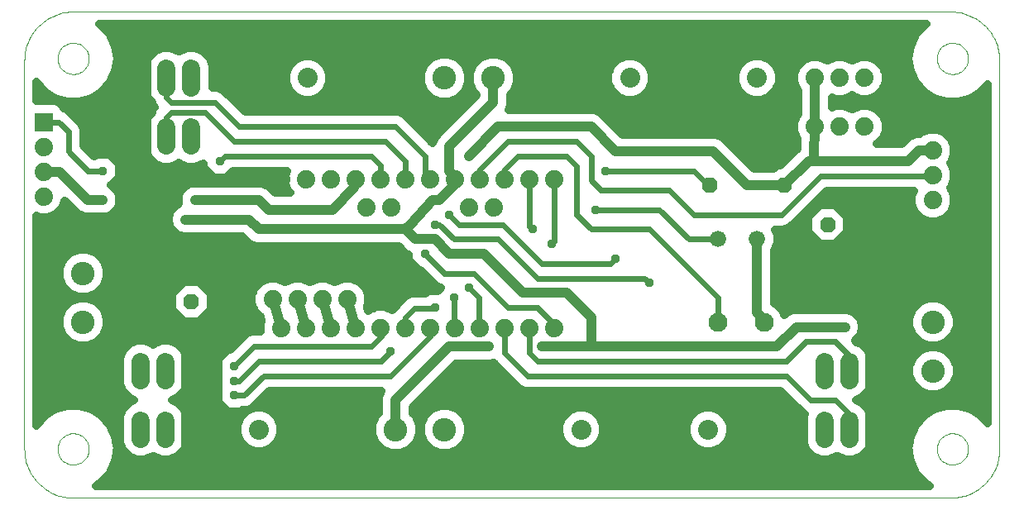
<source format=gtl>
G75*
%MOIN*%
%OFA0B0*%
%FSLAX24Y24*%
%IPPOS*%
%LPD*%
%AMOC8*
5,1,8,0,0,1.08239X$1,22.5*
%
%ADD10C,0.0000*%
%ADD11C,0.0740*%
%ADD12C,0.0740*%
%ADD13OC8,0.0630*%
%ADD14C,0.0630*%
%ADD15C,0.0660*%
%ADD16R,0.0950X0.0950*%
%ADD17C,0.0950*%
%ADD18R,0.0800X0.0800*%
%ADD19C,0.0800*%
%ADD20C,0.0768*%
%ADD21R,0.0740X0.0740*%
%ADD22C,0.0400*%
%ADD23OC8,0.0356*%
%ADD24C,0.0240*%
%ADD25C,0.0760*%
%ADD26C,0.1000*%
%ADD27C,0.1500*%
%ADD28C,0.0660*%
%ADD29C,0.0500*%
%ADD30C,0.0320*%
%ADD31C,0.0160*%
D10*
X002269Y000300D02*
X037623Y000300D01*
X037709Y000302D01*
X037795Y000307D01*
X037880Y000317D01*
X037965Y000330D01*
X038049Y000347D01*
X038133Y000367D01*
X038215Y000391D01*
X038296Y000419D01*
X038377Y000450D01*
X038455Y000484D01*
X038532Y000522D01*
X038608Y000564D01*
X038681Y000608D01*
X038752Y000656D01*
X038822Y000707D01*
X038889Y000761D01*
X038953Y000817D01*
X039015Y000877D01*
X039075Y000939D01*
X039131Y001003D01*
X039185Y001070D01*
X039236Y001140D01*
X039284Y001211D01*
X039328Y001284D01*
X039370Y001360D01*
X039408Y001437D01*
X039442Y001515D01*
X039473Y001596D01*
X039501Y001677D01*
X039525Y001759D01*
X039545Y001843D01*
X039562Y001927D01*
X039575Y002012D01*
X039585Y002097D01*
X039590Y002183D01*
X039592Y002269D01*
X039591Y002269D02*
X039591Y017938D01*
X037072Y018017D02*
X037074Y018067D01*
X037080Y018117D01*
X037090Y018166D01*
X037104Y018214D01*
X037121Y018261D01*
X037142Y018306D01*
X037167Y018350D01*
X037195Y018391D01*
X037227Y018430D01*
X037261Y018467D01*
X037298Y018501D01*
X037338Y018531D01*
X037380Y018558D01*
X037424Y018582D01*
X037470Y018603D01*
X037517Y018619D01*
X037565Y018632D01*
X037615Y018641D01*
X037664Y018646D01*
X037715Y018647D01*
X037765Y018644D01*
X037814Y018637D01*
X037863Y018626D01*
X037911Y018611D01*
X037957Y018593D01*
X038002Y018571D01*
X038045Y018545D01*
X038086Y018516D01*
X038125Y018484D01*
X038161Y018449D01*
X038193Y018411D01*
X038223Y018371D01*
X038250Y018328D01*
X038273Y018284D01*
X038292Y018238D01*
X038308Y018190D01*
X038320Y018141D01*
X038328Y018092D01*
X038332Y018042D01*
X038332Y017992D01*
X038328Y017942D01*
X038320Y017893D01*
X038308Y017844D01*
X038292Y017796D01*
X038273Y017750D01*
X038250Y017706D01*
X038223Y017663D01*
X038193Y017623D01*
X038161Y017585D01*
X038125Y017550D01*
X038086Y017518D01*
X038045Y017489D01*
X038002Y017463D01*
X037957Y017441D01*
X037911Y017423D01*
X037863Y017408D01*
X037814Y017397D01*
X037765Y017390D01*
X037715Y017387D01*
X037664Y017388D01*
X037615Y017393D01*
X037565Y017402D01*
X037517Y017415D01*
X037470Y017431D01*
X037424Y017452D01*
X037380Y017476D01*
X037338Y017503D01*
X037298Y017533D01*
X037261Y017567D01*
X037227Y017604D01*
X037195Y017643D01*
X037167Y017684D01*
X037142Y017728D01*
X037121Y017773D01*
X037104Y017820D01*
X037090Y017868D01*
X037080Y017917D01*
X037074Y017967D01*
X037072Y018017D01*
X037623Y019907D02*
X037709Y019905D01*
X037795Y019900D01*
X037880Y019890D01*
X037965Y019877D01*
X038049Y019860D01*
X038133Y019840D01*
X038215Y019816D01*
X038296Y019788D01*
X038377Y019757D01*
X038455Y019723D01*
X038532Y019685D01*
X038608Y019643D01*
X038681Y019599D01*
X038752Y019551D01*
X038822Y019500D01*
X038889Y019446D01*
X038953Y019390D01*
X039015Y019330D01*
X039075Y019268D01*
X039131Y019204D01*
X039185Y019137D01*
X039236Y019067D01*
X039284Y018996D01*
X039328Y018923D01*
X039370Y018847D01*
X039408Y018770D01*
X039442Y018692D01*
X039473Y018611D01*
X039501Y018530D01*
X039525Y018448D01*
X039545Y018364D01*
X039562Y018280D01*
X039575Y018195D01*
X039585Y018110D01*
X039590Y018024D01*
X039592Y017938D01*
X037623Y019906D02*
X002269Y019906D01*
X001639Y018017D02*
X001641Y018067D01*
X001647Y018117D01*
X001657Y018166D01*
X001671Y018214D01*
X001688Y018261D01*
X001709Y018306D01*
X001734Y018350D01*
X001762Y018391D01*
X001794Y018430D01*
X001828Y018467D01*
X001865Y018501D01*
X001905Y018531D01*
X001947Y018558D01*
X001991Y018582D01*
X002037Y018603D01*
X002084Y018619D01*
X002132Y018632D01*
X002182Y018641D01*
X002231Y018646D01*
X002282Y018647D01*
X002332Y018644D01*
X002381Y018637D01*
X002430Y018626D01*
X002478Y018611D01*
X002524Y018593D01*
X002569Y018571D01*
X002612Y018545D01*
X002653Y018516D01*
X002692Y018484D01*
X002728Y018449D01*
X002760Y018411D01*
X002790Y018371D01*
X002817Y018328D01*
X002840Y018284D01*
X002859Y018238D01*
X002875Y018190D01*
X002887Y018141D01*
X002895Y018092D01*
X002899Y018042D01*
X002899Y017992D01*
X002895Y017942D01*
X002887Y017893D01*
X002875Y017844D01*
X002859Y017796D01*
X002840Y017750D01*
X002817Y017706D01*
X002790Y017663D01*
X002760Y017623D01*
X002728Y017585D01*
X002692Y017550D01*
X002653Y017518D01*
X002612Y017489D01*
X002569Y017463D01*
X002524Y017441D01*
X002478Y017423D01*
X002430Y017408D01*
X002381Y017397D01*
X002332Y017390D01*
X002282Y017387D01*
X002231Y017388D01*
X002182Y017393D01*
X002132Y017402D01*
X002084Y017415D01*
X002037Y017431D01*
X001991Y017452D01*
X001947Y017476D01*
X001905Y017503D01*
X001865Y017533D01*
X001828Y017567D01*
X001794Y017604D01*
X001762Y017643D01*
X001734Y017684D01*
X001709Y017728D01*
X001688Y017773D01*
X001671Y017820D01*
X001657Y017868D01*
X001647Y017917D01*
X001641Y017967D01*
X001639Y018017D01*
X000300Y017938D02*
X000302Y018024D01*
X000307Y018110D01*
X000317Y018195D01*
X000330Y018280D01*
X000347Y018364D01*
X000367Y018448D01*
X000391Y018530D01*
X000419Y018611D01*
X000450Y018692D01*
X000484Y018770D01*
X000522Y018847D01*
X000564Y018923D01*
X000608Y018996D01*
X000656Y019067D01*
X000707Y019137D01*
X000761Y019204D01*
X000817Y019268D01*
X000877Y019330D01*
X000939Y019390D01*
X001003Y019446D01*
X001070Y019500D01*
X001140Y019551D01*
X001211Y019599D01*
X001285Y019643D01*
X001360Y019685D01*
X001437Y019723D01*
X001515Y019757D01*
X001596Y019788D01*
X001677Y019816D01*
X001759Y019840D01*
X001843Y019860D01*
X001927Y019877D01*
X002012Y019890D01*
X002097Y019900D01*
X002183Y019905D01*
X002269Y019907D01*
X000300Y017938D02*
X000300Y002269D01*
X001639Y002269D02*
X001641Y002319D01*
X001647Y002369D01*
X001657Y002418D01*
X001671Y002466D01*
X001688Y002513D01*
X001709Y002558D01*
X001734Y002602D01*
X001762Y002643D01*
X001794Y002682D01*
X001828Y002719D01*
X001865Y002753D01*
X001905Y002783D01*
X001947Y002810D01*
X001991Y002834D01*
X002037Y002855D01*
X002084Y002871D01*
X002132Y002884D01*
X002182Y002893D01*
X002231Y002898D01*
X002282Y002899D01*
X002332Y002896D01*
X002381Y002889D01*
X002430Y002878D01*
X002478Y002863D01*
X002524Y002845D01*
X002569Y002823D01*
X002612Y002797D01*
X002653Y002768D01*
X002692Y002736D01*
X002728Y002701D01*
X002760Y002663D01*
X002790Y002623D01*
X002817Y002580D01*
X002840Y002536D01*
X002859Y002490D01*
X002875Y002442D01*
X002887Y002393D01*
X002895Y002344D01*
X002899Y002294D01*
X002899Y002244D01*
X002895Y002194D01*
X002887Y002145D01*
X002875Y002096D01*
X002859Y002048D01*
X002840Y002002D01*
X002817Y001958D01*
X002790Y001915D01*
X002760Y001875D01*
X002728Y001837D01*
X002692Y001802D01*
X002653Y001770D01*
X002612Y001741D01*
X002569Y001715D01*
X002524Y001693D01*
X002478Y001675D01*
X002430Y001660D01*
X002381Y001649D01*
X002332Y001642D01*
X002282Y001639D01*
X002231Y001640D01*
X002182Y001645D01*
X002132Y001654D01*
X002084Y001667D01*
X002037Y001683D01*
X001991Y001704D01*
X001947Y001728D01*
X001905Y001755D01*
X001865Y001785D01*
X001828Y001819D01*
X001794Y001856D01*
X001762Y001895D01*
X001734Y001936D01*
X001709Y001980D01*
X001688Y002025D01*
X001671Y002072D01*
X001657Y002120D01*
X001647Y002169D01*
X001641Y002219D01*
X001639Y002269D01*
X000300Y002269D02*
X000302Y002183D01*
X000307Y002097D01*
X000317Y002012D01*
X000330Y001927D01*
X000347Y001843D01*
X000367Y001759D01*
X000391Y001677D01*
X000419Y001596D01*
X000450Y001515D01*
X000484Y001437D01*
X000522Y001360D01*
X000564Y001285D01*
X000608Y001211D01*
X000656Y001140D01*
X000707Y001070D01*
X000761Y001003D01*
X000817Y000939D01*
X000877Y000877D01*
X000939Y000817D01*
X001003Y000761D01*
X001070Y000707D01*
X001140Y000656D01*
X001211Y000608D01*
X001284Y000564D01*
X001360Y000522D01*
X001437Y000484D01*
X001515Y000450D01*
X001596Y000419D01*
X001677Y000391D01*
X001759Y000367D01*
X001843Y000347D01*
X001927Y000330D01*
X002012Y000317D01*
X002097Y000307D01*
X002183Y000302D01*
X002269Y000300D01*
X037072Y002269D02*
X037074Y002319D01*
X037080Y002369D01*
X037090Y002418D01*
X037104Y002466D01*
X037121Y002513D01*
X037142Y002558D01*
X037167Y002602D01*
X037195Y002643D01*
X037227Y002682D01*
X037261Y002719D01*
X037298Y002753D01*
X037338Y002783D01*
X037380Y002810D01*
X037424Y002834D01*
X037470Y002855D01*
X037517Y002871D01*
X037565Y002884D01*
X037615Y002893D01*
X037664Y002898D01*
X037715Y002899D01*
X037765Y002896D01*
X037814Y002889D01*
X037863Y002878D01*
X037911Y002863D01*
X037957Y002845D01*
X038002Y002823D01*
X038045Y002797D01*
X038086Y002768D01*
X038125Y002736D01*
X038161Y002701D01*
X038193Y002663D01*
X038223Y002623D01*
X038250Y002580D01*
X038273Y002536D01*
X038292Y002490D01*
X038308Y002442D01*
X038320Y002393D01*
X038328Y002344D01*
X038332Y002294D01*
X038332Y002244D01*
X038328Y002194D01*
X038320Y002145D01*
X038308Y002096D01*
X038292Y002048D01*
X038273Y002002D01*
X038250Y001958D01*
X038223Y001915D01*
X038193Y001875D01*
X038161Y001837D01*
X038125Y001802D01*
X038086Y001770D01*
X038045Y001741D01*
X038002Y001715D01*
X037957Y001693D01*
X037911Y001675D01*
X037863Y001660D01*
X037814Y001649D01*
X037765Y001642D01*
X037715Y001639D01*
X037664Y001640D01*
X037615Y001645D01*
X037565Y001654D01*
X037517Y001667D01*
X037470Y001683D01*
X037424Y001704D01*
X037380Y001728D01*
X037338Y001755D01*
X037298Y001785D01*
X037261Y001819D01*
X037227Y001856D01*
X037195Y001895D01*
X037167Y001936D01*
X037142Y001980D01*
X037121Y002025D01*
X037104Y002072D01*
X037090Y002120D01*
X037080Y002169D01*
X037074Y002219D01*
X037072Y002269D01*
D11*
X021654Y007143D03*
X020654Y007143D03*
X019654Y007143D03*
X018654Y007143D03*
X017654Y007143D03*
X016654Y007143D03*
X015654Y007143D03*
X014654Y007143D03*
X013654Y007143D03*
X012654Y007143D03*
X011654Y007143D03*
X010654Y007143D03*
X010316Y008300D03*
X011316Y008300D03*
X012316Y008300D03*
X013316Y008300D03*
X014092Y012018D03*
X015092Y012018D03*
X014654Y013143D03*
X013654Y013143D03*
X012654Y013143D03*
X011654Y013143D03*
X010654Y013143D03*
X015654Y013143D03*
X016654Y013143D03*
X017654Y013143D03*
X018654Y013143D03*
X019654Y013143D03*
X020654Y013143D03*
X021654Y013143D03*
X019217Y012018D03*
X018217Y012018D03*
X032158Y015261D03*
X033158Y015261D03*
X034158Y015261D03*
X036914Y014308D03*
X036914Y013308D03*
X036914Y012308D03*
X034158Y017229D03*
X033158Y017229D03*
X032158Y017229D03*
X001087Y014457D03*
X001087Y013457D03*
X001087Y012457D03*
D12*
X005024Y014497D02*
X005024Y015237D01*
X006024Y015237D02*
X006024Y014497D01*
X007024Y014497D02*
X007024Y015237D01*
X007024Y016859D02*
X007024Y017599D01*
X006024Y017599D02*
X006024Y016859D01*
X005024Y016859D02*
X005024Y017599D01*
X004993Y005788D02*
X004993Y005048D01*
X005993Y005048D02*
X005993Y005788D01*
X006993Y005788D02*
X006993Y005048D01*
X006993Y003426D02*
X006993Y002686D01*
X005993Y002686D02*
X005993Y003426D01*
X004993Y003426D02*
X004993Y002686D01*
X032552Y002686D02*
X032552Y003426D01*
X033552Y003426D02*
X033552Y002686D01*
X034552Y002686D02*
X034552Y003426D01*
X034552Y005048D02*
X034552Y005788D01*
X033552Y005788D02*
X033552Y005048D01*
X032552Y005048D02*
X032552Y005788D01*
D13*
X032671Y011324D03*
X030934Y012898D03*
X027934Y012898D03*
X007031Y008206D03*
D14*
X005631Y008206D03*
X034071Y011324D03*
D15*
X029828Y010733D03*
X028253Y010733D03*
D16*
X036914Y009355D03*
X019198Y003056D03*
X002662Y005418D03*
X015261Y017229D03*
D17*
X017229Y017229D03*
X019198Y017229D03*
X002662Y009355D03*
X002662Y007387D03*
X015261Y003056D03*
X017229Y003056D03*
X036914Y005418D03*
X036914Y007387D03*
D18*
X029828Y003056D03*
X024709Y003056D03*
X011717Y003056D03*
X009749Y017229D03*
X022741Y017229D03*
X027859Y017229D03*
D19*
X029828Y017229D03*
X024709Y017229D03*
X011717Y017229D03*
X009749Y003056D03*
X022741Y003056D03*
X027859Y003056D03*
D20*
X028253Y007387D03*
X030103Y007387D03*
D21*
X001087Y015457D03*
D22*
X001087Y013457D02*
X001709Y013457D01*
X002859Y012308D01*
X003450Y012308D01*
X006796Y011520D02*
X009355Y011520D01*
X009749Y011127D01*
X015654Y011127D01*
X016048Y010733D01*
X016835Y010733D01*
X017426Y010143D01*
X018804Y010143D01*
X020379Y008568D01*
X022150Y008568D01*
X023135Y007583D01*
X023135Y006402D01*
X021166Y006402D01*
X023135Y006402D02*
X030615Y006402D01*
X031402Y007190D01*
X033371Y007190D01*
X030103Y007387D02*
X030024Y007465D01*
X030024Y007583D01*
X029828Y007780D01*
X029828Y010733D01*
X029434Y012898D02*
X030934Y012898D01*
X031918Y013883D01*
X032115Y013883D01*
X035930Y013883D01*
X036355Y014308D01*
X036914Y014308D01*
X032115Y014036D02*
X032115Y013883D01*
X032115Y014036D02*
X032158Y015261D01*
X032158Y017229D01*
X028056Y014276D02*
X029434Y012898D01*
X028056Y014276D02*
X024119Y014276D01*
X023135Y015261D01*
X019394Y015261D01*
X018213Y014080D01*
X017426Y014473D02*
X019198Y016245D01*
X019198Y017229D01*
X017426Y014473D02*
X017426Y013489D01*
X017654Y013261D01*
X017654Y013143D01*
X017654Y012930D02*
X017032Y012308D01*
X016737Y012308D01*
X015851Y011324D01*
X015654Y011127D01*
X013587Y012800D02*
X012702Y011914D01*
X010143Y011914D01*
X009749Y012308D01*
X007190Y012308D01*
X013587Y012800D02*
X013587Y013076D01*
X013654Y013143D01*
X013316Y008300D02*
X013654Y007143D01*
X012654Y007143D02*
X012316Y008300D01*
X011316Y008300D02*
X011654Y007143D01*
X010654Y007143D02*
X010316Y008300D01*
X015261Y004237D02*
X017426Y006402D01*
X019001Y006402D01*
X015261Y004237D02*
X015261Y003056D01*
D23*
X015064Y006206D03*
X016835Y007977D03*
X017623Y008371D03*
X018213Y008765D03*
X016442Y010143D03*
X016835Y011324D03*
X017426Y011717D03*
X020772Y011127D03*
X021560Y010536D03*
X023331Y011914D03*
X023725Y013489D03*
X018213Y014080D03*
X024119Y009946D03*
X025497Y008961D03*
X021166Y006402D03*
X019001Y006402D03*
X008765Y005615D03*
X008765Y005024D03*
X008765Y004434D03*
X006796Y011520D03*
X007190Y012308D03*
X008174Y013883D03*
X003450Y013489D03*
X003450Y012308D03*
X033371Y007190D03*
D24*
X032977Y006599D02*
X031796Y006599D01*
X031009Y005812D01*
X020969Y005812D01*
X020654Y006127D01*
X020654Y007143D01*
X019654Y007143D02*
X019654Y006143D01*
X020576Y005221D01*
X031009Y005221D01*
X031993Y004237D01*
X032977Y004237D01*
X033552Y003662D01*
X033552Y003056D01*
X033552Y005418D02*
X033552Y006024D01*
X032977Y006599D01*
X028253Y007387D02*
X028253Y008371D01*
X025497Y011127D01*
X023135Y011127D01*
X022544Y011717D01*
X022544Y013686D01*
X022150Y014080D01*
X020182Y014080D01*
X019654Y013552D01*
X019654Y013143D01*
X020654Y013143D02*
X020654Y011245D01*
X020772Y011127D01*
X019591Y011324D02*
X021166Y009749D01*
X023922Y009749D01*
X024119Y009946D01*
X025300Y009158D02*
X025497Y008961D01*
X025300Y009158D02*
X020969Y009158D01*
X019394Y010733D01*
X017623Y010733D01*
X017032Y011324D01*
X016835Y011324D01*
X017426Y011717D02*
X017820Y011324D01*
X019591Y011324D01*
X021560Y010536D02*
X021654Y010631D01*
X021654Y013143D01*
X023135Y013095D02*
X023528Y012702D01*
X026284Y012702D01*
X027269Y011717D01*
X030812Y011717D01*
X032387Y013292D01*
X036717Y013292D01*
X036930Y013308D01*
X036914Y013308D01*
X028253Y010733D02*
X027072Y010733D01*
X025891Y011914D01*
X023331Y011914D01*
X023135Y013095D02*
X023135Y014080D01*
X022544Y014670D01*
X019788Y014670D01*
X018654Y013536D01*
X018654Y013143D01*
X017654Y013143D02*
X017654Y012930D01*
X016654Y013080D02*
X016442Y013292D01*
X016457Y014064D01*
X015261Y015261D01*
X008961Y015261D01*
X007977Y016245D01*
X006206Y016245D01*
X006009Y016442D01*
X006009Y017213D01*
X006024Y017229D01*
X006206Y015851D02*
X006009Y015654D01*
X006009Y015245D01*
X006024Y014867D01*
X006206Y015851D02*
X007583Y015851D01*
X008765Y014670D01*
X014867Y014670D01*
X015654Y013883D01*
X015654Y013143D01*
X016654Y013143D02*
X016654Y013080D01*
X014654Y013143D02*
X014654Y013702D01*
X014276Y014080D01*
X008371Y014080D01*
X008174Y013883D01*
X003450Y013489D02*
X002859Y013489D01*
X002072Y014276D01*
X002072Y015064D01*
X001678Y015457D01*
X001087Y015457D01*
X015654Y007583D02*
X016001Y007930D01*
X016835Y007930D01*
X017623Y008371D02*
X017623Y007174D01*
X017654Y007143D01*
X018607Y007190D02*
X018654Y007143D01*
X018607Y007190D02*
X018607Y008371D01*
X018213Y008765D01*
X018410Y009355D02*
X017229Y009355D01*
X016442Y010143D01*
X018410Y009355D02*
X019788Y007977D01*
X020969Y007977D01*
X021654Y007292D01*
X021654Y007143D01*
X016654Y007143D02*
X016639Y007127D01*
X016639Y006796D01*
X015064Y005221D01*
X009946Y005221D01*
X009158Y004434D01*
X008765Y004434D01*
X008765Y005024D02*
X008961Y005024D01*
X009749Y005812D01*
X014670Y005812D01*
X015064Y006206D01*
X014670Y006796D02*
X014276Y006402D01*
X009552Y006402D01*
X008765Y005615D01*
X014670Y006796D02*
X014670Y007127D01*
X014654Y007143D01*
X015654Y007143D02*
X015654Y007583D01*
X023725Y013489D02*
X027269Y013489D01*
X027737Y013020D01*
X027934Y012898D01*
D25*
X034552Y006796D02*
X034946Y007190D01*
X034552Y006796D02*
X034552Y005418D01*
X034552Y003056D01*
X034552Y001481D01*
X007780Y001481D02*
X006993Y002269D01*
X006993Y003056D01*
X006993Y005418D01*
X006993Y006796D01*
X006402Y007387D01*
X006206Y007387D01*
X005615Y007977D01*
X005615Y008174D01*
X005615Y008504D01*
X005631Y008206D01*
X005631Y009339D01*
X005024Y009749D01*
X005024Y013095D01*
X005024Y014867D01*
X005024Y017229D01*
X005024Y018804D01*
X005615Y008174D02*
X002859Y005418D01*
X002662Y005418D01*
D26*
X007780Y001481D02*
X011717Y001481D01*
X011717Y003056D01*
X011717Y001481D02*
X019198Y001481D01*
X019198Y003056D01*
X019198Y001481D02*
X024709Y001481D01*
X024709Y003056D01*
X024709Y001481D02*
X029828Y001481D01*
X029828Y003056D01*
X029828Y001481D02*
X034552Y001481D01*
X036914Y009355D02*
X037505Y009355D01*
X038489Y010339D01*
X038489Y015064D01*
X037898Y015654D01*
X036127Y015654D01*
X035339Y016442D01*
X035339Y018410D01*
X034946Y018804D01*
X027859Y018804D01*
X027859Y017229D01*
X027859Y018804D02*
X022741Y018804D01*
X022741Y017229D01*
X022741Y018804D02*
X015261Y018804D01*
X009749Y018804D01*
X005024Y018804D01*
X009749Y018804D02*
X009749Y017229D01*
X015261Y017229D02*
X015261Y018804D01*
X034071Y011324D02*
X034946Y010055D01*
X034946Y009946D01*
D27*
X036324Y009946D01*
X036914Y009355D01*
X034946Y009946D02*
X034946Y007190D01*
D28*
X010654Y013143D02*
X010654Y013174D01*
X010339Y013095D01*
D29*
X005024Y013095D01*
D30*
X004108Y013216D02*
X004108Y013762D01*
X003722Y014147D01*
X003177Y014147D01*
X003119Y014089D01*
X003108Y014089D01*
X002672Y014525D01*
X002672Y015183D01*
X002580Y015404D01*
X002412Y015572D01*
X002018Y015966D01*
X001899Y016015D01*
X001864Y016099D01*
X001729Y016234D01*
X001553Y016307D01*
X000780Y016307D01*
X000780Y017065D01*
X000782Y017061D01*
X001111Y016681D01*
X001534Y016409D01*
X002017Y016267D01*
X002520Y016267D01*
X003003Y016409D01*
X003426Y016681D01*
X003755Y017061D01*
X003964Y017519D01*
X004036Y018017D01*
X003964Y018514D01*
X003755Y018972D01*
X003426Y019352D01*
X003311Y019426D01*
X036659Y019426D01*
X036544Y019352D01*
X036215Y018972D01*
X036006Y018514D01*
X035934Y018017D01*
X036006Y017519D01*
X036215Y017061D01*
X036544Y016681D01*
X036967Y016409D01*
X037450Y016267D01*
X037953Y016267D01*
X038436Y016409D01*
X038859Y016681D01*
X039111Y016972D01*
X039111Y003313D01*
X038859Y003604D01*
X038436Y003876D01*
X037953Y004018D01*
X037450Y004018D01*
X036967Y003876D01*
X036544Y003604D01*
X036215Y003224D01*
X036006Y002766D01*
X035934Y002269D01*
X036006Y001771D01*
X036215Y001313D01*
X036544Y000933D01*
X036782Y000780D01*
X003188Y000780D01*
X003426Y000933D01*
X003755Y001313D01*
X003964Y001771D01*
X004036Y002269D01*
X003964Y002766D01*
X003755Y003224D01*
X003426Y003604D01*
X003003Y003876D01*
X002520Y004018D01*
X002017Y004018D01*
X001534Y003876D01*
X001111Y003604D01*
X000782Y003224D01*
X000780Y003220D01*
X000780Y011665D01*
X000918Y011607D01*
X001256Y011607D01*
X001569Y011737D01*
X001808Y011976D01*
X001931Y012274D01*
X002283Y011923D01*
X002283Y011923D01*
X002474Y011731D01*
X002724Y011628D01*
X003585Y011628D01*
X003638Y011650D01*
X003722Y011650D01*
X003782Y011710D01*
X003835Y011731D01*
X004026Y011923D01*
X004048Y011976D01*
X004108Y012035D01*
X004108Y012120D01*
X004130Y012173D01*
X004130Y012443D01*
X004108Y012496D01*
X004108Y012580D01*
X004048Y012640D01*
X004026Y012693D01*
X003835Y012884D01*
X003793Y012902D01*
X004108Y013216D01*
X004108Y013359D02*
X007767Y013359D01*
X007901Y013225D02*
X008447Y013225D01*
X008702Y013480D01*
X010874Y013480D01*
X010804Y013312D01*
X010804Y012973D01*
X010934Y012661D01*
X011001Y012594D01*
X010424Y012594D01*
X010134Y012884D01*
X009884Y012988D01*
X007055Y012988D01*
X007002Y012966D01*
X006917Y012966D01*
X006857Y012906D01*
X006805Y012884D01*
X006613Y012693D01*
X006591Y012640D01*
X006532Y012580D01*
X006532Y012496D01*
X006510Y012443D01*
X006510Y012173D01*
X006512Y012167D01*
X006464Y012119D01*
X006411Y012097D01*
X006220Y011906D01*
X006198Y011853D01*
X006138Y011793D01*
X006138Y011709D01*
X006116Y011656D01*
X006116Y011385D01*
X006138Y011332D01*
X006138Y011248D01*
X006198Y011188D01*
X006220Y011135D01*
X006411Y010944D01*
X006464Y010922D01*
X006523Y010862D01*
X006608Y010862D01*
X006661Y010840D01*
X009073Y010840D01*
X009364Y010550D01*
X009614Y010447D01*
X015373Y010447D01*
X015472Y010348D01*
X015663Y010157D01*
X015784Y010107D01*
X015784Y009870D01*
X016169Y009484D01*
X016251Y009484D01*
X016889Y008846D01*
X017086Y008765D01*
X016965Y008643D01*
X016965Y008635D01*
X016563Y008635D01*
X016457Y008530D01*
X015881Y008530D01*
X015661Y008439D01*
X015314Y008092D01*
X015146Y007923D01*
X015123Y007868D01*
X014823Y007993D01*
X014485Y007993D01*
X014173Y007863D01*
X014157Y007847D01*
X014112Y008001D01*
X014166Y008131D01*
X014166Y008469D01*
X014036Y008781D01*
X013797Y009021D01*
X013485Y009150D01*
X013147Y009150D01*
X012834Y009021D01*
X012816Y009002D01*
X012797Y009021D01*
X012485Y009150D01*
X012147Y009150D01*
X011834Y009021D01*
X011816Y009002D01*
X011797Y009021D01*
X011485Y009150D01*
X011147Y009150D01*
X010834Y009021D01*
X010816Y009002D01*
X010797Y009021D01*
X010485Y009150D01*
X010147Y009150D01*
X009834Y009021D01*
X009595Y008781D01*
X009466Y008469D01*
X009466Y008131D01*
X009595Y007819D01*
X009811Y007602D01*
X009858Y007442D01*
X009804Y007312D01*
X009804Y007002D01*
X009433Y007002D01*
X009212Y006911D01*
X009043Y006742D01*
X008574Y006273D01*
X008492Y006273D01*
X008106Y005888D01*
X008106Y005342D01*
X008129Y005320D01*
X008106Y005297D01*
X008106Y004752D01*
X008129Y004729D01*
X008106Y004706D01*
X008106Y004161D01*
X008492Y003776D01*
X009037Y003776D01*
X009095Y003834D01*
X009278Y003834D01*
X009498Y003925D01*
X010194Y004621D01*
X014684Y004621D01*
X014581Y004372D01*
X014581Y003726D01*
X014451Y003597D01*
X014306Y003246D01*
X014306Y002866D01*
X014451Y002515D01*
X014720Y002246D01*
X015071Y002101D01*
X015451Y002101D01*
X015802Y002246D01*
X016070Y002515D01*
X016216Y002866D01*
X016216Y003246D01*
X016070Y003597D01*
X015941Y003726D01*
X015941Y003955D01*
X017708Y005722D01*
X019136Y005722D01*
X019189Y005744D01*
X019204Y005744D01*
X020067Y004881D01*
X020236Y004713D01*
X020456Y004621D01*
X030760Y004621D01*
X031484Y003897D01*
X031653Y003728D01*
X031742Y003692D01*
X031702Y003595D01*
X031702Y002517D01*
X031831Y002204D01*
X032070Y001965D01*
X032383Y001836D01*
X032721Y001836D01*
X033033Y001965D01*
X033052Y001984D01*
X033070Y001965D01*
X033383Y001836D01*
X033721Y001836D01*
X034033Y001965D01*
X034273Y002204D01*
X034402Y002517D01*
X034402Y003595D01*
X034273Y003907D01*
X034033Y004146D01*
X033833Y004229D01*
X033823Y004240D01*
X034033Y004328D01*
X034273Y004567D01*
X034402Y004879D01*
X034402Y005957D01*
X034273Y006270D01*
X034033Y006509D01*
X033833Y006592D01*
X033784Y006641D01*
X033947Y006805D01*
X033969Y006857D01*
X034029Y006917D01*
X034029Y007002D01*
X034051Y007055D01*
X034051Y007325D01*
X034029Y007378D01*
X034029Y007462D01*
X033969Y007522D01*
X033947Y007575D01*
X033756Y007766D01*
X033703Y007788D01*
X033643Y007848D01*
X033559Y007848D01*
X033506Y007870D01*
X031267Y007870D01*
X031017Y007766D01*
X030921Y007670D01*
X030835Y007876D01*
X030592Y008119D01*
X030508Y008154D01*
X030508Y010268D01*
X030514Y010274D01*
X030638Y010572D01*
X030638Y010894D01*
X030545Y011117D01*
X030931Y011117D01*
X031152Y011209D01*
X032635Y012692D01*
X036153Y012692D01*
X036064Y012477D01*
X036064Y012139D01*
X036194Y011826D01*
X036433Y011587D01*
X036745Y011458D01*
X037083Y011458D01*
X037396Y011587D01*
X037635Y011826D01*
X037764Y012139D01*
X037764Y012477D01*
X037635Y012789D01*
X037616Y012808D01*
X037635Y012826D01*
X037764Y013139D01*
X037764Y013477D01*
X037635Y013789D01*
X037616Y013808D01*
X037635Y013826D01*
X037764Y014139D01*
X037764Y014477D01*
X037635Y014789D01*
X037396Y015028D01*
X037083Y015158D01*
X036745Y015158D01*
X036433Y015028D01*
X036392Y014988D01*
X036220Y014988D01*
X035970Y014884D01*
X035648Y014563D01*
X034662Y014563D01*
X034879Y014779D01*
X035008Y015092D01*
X035008Y015430D01*
X034879Y015742D01*
X034640Y015981D01*
X034327Y016111D01*
X033989Y016111D01*
X033677Y015981D01*
X033658Y015963D01*
X033640Y015981D01*
X033327Y016111D01*
X032989Y016111D01*
X032838Y016048D01*
X032838Y016442D01*
X032989Y016379D01*
X033327Y016379D01*
X033640Y016509D01*
X033658Y016527D01*
X033677Y016509D01*
X033989Y016379D01*
X034327Y016379D01*
X034640Y016509D01*
X034879Y016748D01*
X035008Y017060D01*
X035008Y017398D01*
X034879Y017711D01*
X034640Y017950D01*
X034327Y018079D01*
X033989Y018079D01*
X033677Y017950D01*
X033658Y017931D01*
X033640Y017950D01*
X033327Y018079D01*
X032989Y018079D01*
X032677Y017950D01*
X032658Y017931D01*
X032640Y017950D01*
X032327Y018079D01*
X031989Y018079D01*
X031677Y017950D01*
X031438Y017711D01*
X031308Y017398D01*
X031308Y017060D01*
X031438Y016748D01*
X031478Y016707D01*
X031478Y015783D01*
X031438Y015742D01*
X031308Y015430D01*
X031308Y015092D01*
X031438Y014779D01*
X031460Y014757D01*
X031446Y014373D01*
X030767Y013693D01*
X030605Y013693D01*
X030490Y013578D01*
X029716Y013578D01*
X028441Y014853D01*
X028191Y014956D01*
X024401Y014956D01*
X023520Y015837D01*
X023270Y015941D01*
X019808Y015941D01*
X019878Y016110D01*
X019878Y016559D01*
X020007Y016688D01*
X020153Y017039D01*
X020153Y017419D01*
X020007Y017770D01*
X019739Y018039D01*
X019388Y018184D01*
X019008Y018184D01*
X018657Y018039D01*
X018388Y017770D01*
X018243Y017419D01*
X018243Y017039D01*
X018388Y016688D01*
X018518Y016559D01*
X018518Y016527D01*
X016850Y014858D01*
X016750Y014619D01*
X015769Y015601D01*
X015601Y015769D01*
X015380Y015861D01*
X009210Y015861D01*
X008486Y016585D01*
X008317Y016754D01*
X008097Y016845D01*
X007874Y016845D01*
X007874Y017768D01*
X007745Y018081D01*
X007506Y018320D01*
X007193Y018449D01*
X006855Y018449D01*
X006543Y018320D01*
X006524Y018301D01*
X006506Y018320D01*
X006193Y018449D01*
X005855Y018449D01*
X005543Y018320D01*
X005304Y018081D01*
X005174Y017768D01*
X005174Y016690D01*
X005304Y016378D01*
X005444Y016238D01*
X005500Y016102D01*
X005554Y016048D01*
X005500Y015994D01*
X005444Y015858D01*
X005304Y015718D01*
X005174Y015406D01*
X005174Y014328D01*
X005304Y014015D01*
X005543Y013776D01*
X005855Y013647D01*
X006193Y013647D01*
X006506Y013776D01*
X006524Y013795D01*
X006543Y013776D01*
X006855Y013647D01*
X007193Y013647D01*
X007506Y013776D01*
X007516Y013786D01*
X007516Y013610D01*
X007901Y013225D01*
X007516Y013677D02*
X007266Y013677D01*
X006783Y013677D02*
X006266Y013677D01*
X005783Y013677D02*
X004108Y013677D01*
X003874Y013996D02*
X005324Y013996D01*
X005180Y014314D02*
X002883Y014314D01*
X002672Y014633D02*
X005174Y014633D01*
X005174Y014951D02*
X002672Y014951D01*
X002636Y015270D02*
X005174Y015270D01*
X005250Y015588D02*
X002396Y015588D01*
X002077Y015907D02*
X005464Y015907D01*
X005449Y016225D02*
X001739Y016225D01*
X001325Y016544D02*
X000780Y016544D01*
X000780Y016862D02*
X000954Y016862D01*
X003212Y016544D02*
X005235Y016544D01*
X005174Y016862D02*
X003583Y016862D01*
X003810Y017181D02*
X005174Y017181D01*
X005174Y017499D02*
X003955Y017499D01*
X004007Y017818D02*
X005195Y017818D01*
X005359Y018136D02*
X004019Y018136D01*
X003973Y018455D02*
X035997Y018455D01*
X035951Y018136D02*
X019504Y018136D01*
X018892Y018136D02*
X017535Y018136D01*
X017419Y018184D02*
X017039Y018184D01*
X016688Y018039D01*
X016420Y017770D01*
X016274Y017419D01*
X016274Y017039D01*
X016420Y016688D01*
X016688Y016420D01*
X017039Y016274D01*
X017419Y016274D01*
X017770Y016420D01*
X018039Y016688D01*
X018184Y017039D01*
X018184Y017419D01*
X018039Y017770D01*
X017770Y018039D01*
X017419Y018184D01*
X016923Y018136D02*
X007690Y018136D01*
X007854Y017818D02*
X011061Y017818D01*
X010971Y017728D02*
X010837Y017404D01*
X010837Y017054D01*
X010971Y016731D01*
X011219Y016483D01*
X011542Y016349D01*
X011892Y016349D01*
X012216Y016483D01*
X012463Y016731D01*
X012597Y017054D01*
X012597Y017404D01*
X012463Y017728D01*
X012216Y017975D01*
X011892Y018109D01*
X011542Y018109D01*
X011219Y017975D01*
X010971Y017728D01*
X010877Y017499D02*
X007874Y017499D01*
X007874Y017181D02*
X010837Y017181D01*
X010917Y016862D02*
X007874Y016862D01*
X008527Y016544D02*
X011158Y016544D01*
X012276Y016544D02*
X016564Y016544D01*
X016348Y016862D02*
X012518Y016862D01*
X012597Y017181D02*
X016274Y017181D01*
X016307Y017499D02*
X012558Y017499D01*
X012373Y017818D02*
X016467Y017818D01*
X017991Y017818D02*
X018435Y017818D01*
X018276Y017499D02*
X018151Y017499D01*
X018184Y017181D02*
X018243Y017181D01*
X018316Y016862D02*
X018111Y016862D01*
X017894Y016544D02*
X018518Y016544D01*
X018216Y016225D02*
X008846Y016225D01*
X009164Y015907D02*
X017898Y015907D01*
X017579Y015588D02*
X015782Y015588D01*
X016100Y015270D02*
X017261Y015270D01*
X016942Y014951D02*
X016419Y014951D01*
X016737Y014633D02*
X016756Y014633D01*
X019878Y016225D02*
X031478Y016225D01*
X031478Y015907D02*
X023352Y015907D01*
X023769Y015588D02*
X031374Y015588D01*
X031308Y015270D02*
X024087Y015270D01*
X024534Y016349D02*
X024884Y016349D01*
X025208Y016483D01*
X025455Y016731D01*
X025589Y017054D01*
X025589Y017404D01*
X025455Y017728D01*
X025208Y017975D01*
X024884Y018109D01*
X024534Y018109D01*
X024211Y017975D01*
X023963Y017728D01*
X023829Y017404D01*
X023829Y017054D01*
X023963Y016731D01*
X024211Y016483D01*
X024534Y016349D01*
X024151Y016544D02*
X019878Y016544D01*
X020079Y016862D02*
X023909Y016862D01*
X023829Y017181D02*
X020153Y017181D01*
X020120Y017499D02*
X023869Y017499D01*
X024053Y017818D02*
X019960Y017818D01*
X025366Y017818D02*
X029171Y017818D01*
X029082Y017728D02*
X028948Y017404D01*
X028948Y017054D01*
X029082Y016731D01*
X029329Y016483D01*
X029653Y016349D01*
X030003Y016349D01*
X030326Y016483D01*
X030574Y016731D01*
X030708Y017054D01*
X030708Y017404D01*
X030574Y017728D01*
X030326Y017975D01*
X030003Y018109D01*
X029653Y018109D01*
X029329Y017975D01*
X029082Y017728D01*
X028987Y017499D02*
X025550Y017499D01*
X025589Y017181D02*
X028948Y017181D01*
X029027Y016862D02*
X025510Y016862D01*
X025268Y016544D02*
X029269Y016544D01*
X030386Y016544D02*
X031478Y016544D01*
X031390Y016862D02*
X030628Y016862D01*
X030708Y017181D02*
X031308Y017181D01*
X031350Y017499D02*
X030668Y017499D01*
X030484Y017818D02*
X031545Y017818D01*
X032838Y016225D02*
X039111Y016225D01*
X039111Y015907D02*
X034714Y015907D01*
X034943Y015588D02*
X039111Y015588D01*
X039111Y015270D02*
X035008Y015270D01*
X034950Y014951D02*
X036131Y014951D01*
X035718Y014633D02*
X034732Y014633D01*
X037473Y014951D02*
X039111Y014951D01*
X039111Y014633D02*
X037700Y014633D01*
X037764Y014314D02*
X039111Y014314D01*
X039111Y013996D02*
X037705Y013996D01*
X037681Y013677D02*
X039111Y013677D01*
X039111Y013359D02*
X037764Y013359D01*
X037723Y013040D02*
X039111Y013040D01*
X039111Y012722D02*
X037663Y012722D01*
X037764Y012403D02*
X039111Y012403D01*
X039111Y012085D02*
X037742Y012085D01*
X037574Y011766D02*
X039111Y011766D01*
X039111Y011448D02*
X033466Y011448D01*
X033466Y011653D02*
X033000Y012119D01*
X032342Y012119D01*
X031876Y011653D01*
X031876Y010994D01*
X032342Y010529D01*
X033000Y010529D01*
X033466Y010994D01*
X033466Y011653D01*
X033353Y011766D02*
X036254Y011766D01*
X036087Y012085D02*
X033034Y012085D01*
X032307Y012085D02*
X032028Y012085D01*
X031989Y011766D02*
X031709Y011766D01*
X031876Y011448D02*
X031391Y011448D01*
X030959Y011129D02*
X031876Y011129D01*
X032060Y010811D02*
X030638Y010811D01*
X030604Y010492D02*
X039111Y010492D01*
X039111Y010174D02*
X030508Y010174D01*
X030508Y009855D02*
X039111Y009855D01*
X039111Y009537D02*
X030508Y009537D01*
X030508Y009218D02*
X039111Y009218D01*
X039111Y008900D02*
X030508Y008900D01*
X030508Y008581D02*
X039111Y008581D01*
X039111Y008263D02*
X037295Y008263D01*
X037455Y008196D02*
X037104Y008342D01*
X036724Y008342D01*
X036373Y008196D01*
X036105Y007928D01*
X035959Y007577D01*
X035959Y007197D01*
X036105Y006846D01*
X036373Y006577D01*
X036724Y006432D01*
X037104Y006432D01*
X037455Y006577D01*
X037724Y006846D01*
X037869Y007197D01*
X037869Y007577D01*
X037724Y007928D01*
X037455Y008196D01*
X037707Y007944D02*
X039111Y007944D01*
X039111Y007626D02*
X037849Y007626D01*
X037869Y007307D02*
X039111Y007307D01*
X039111Y006989D02*
X037783Y006989D01*
X037548Y006670D02*
X039111Y006670D01*
X039111Y006352D02*
X037156Y006352D01*
X037104Y006373D02*
X036724Y006373D01*
X036373Y006228D01*
X036105Y005959D01*
X035959Y005608D01*
X035959Y005228D01*
X036105Y004877D01*
X036373Y004609D01*
X036724Y004463D01*
X037104Y004463D01*
X037455Y004609D01*
X037724Y004877D01*
X037869Y005228D01*
X037869Y005608D01*
X037724Y005959D01*
X037455Y006228D01*
X037104Y006373D01*
X036672Y006352D02*
X034191Y006352D01*
X033813Y006670D02*
X036280Y006670D01*
X036045Y006989D02*
X034029Y006989D01*
X034051Y007307D02*
X035959Y007307D01*
X035979Y007626D02*
X033897Y007626D01*
X036121Y007944D02*
X030767Y007944D01*
X030508Y008263D02*
X036533Y008263D01*
X036178Y006033D02*
X034371Y006033D01*
X034402Y005715D02*
X036003Y005715D01*
X035959Y005396D02*
X034402Y005396D01*
X034402Y005078D02*
X036022Y005078D01*
X036223Y004759D02*
X034352Y004759D01*
X034146Y004441D02*
X039111Y004441D01*
X039111Y004122D02*
X034058Y004122D01*
X034316Y003804D02*
X036854Y003804D01*
X036441Y003485D02*
X034402Y003485D01*
X034402Y003167D02*
X036188Y003167D01*
X036043Y002848D02*
X034402Y002848D01*
X034402Y002530D02*
X035972Y002530D01*
X035942Y002211D02*
X034275Y002211D01*
X033858Y001893D02*
X035988Y001893D01*
X036096Y001574D02*
X003875Y001574D01*
X003706Y001256D02*
X036265Y001256D01*
X036541Y000937D02*
X003430Y000937D01*
X003982Y001893D02*
X004687Y001893D01*
X004824Y001836D02*
X004511Y001965D01*
X004272Y002204D01*
X004143Y002517D01*
X004143Y003595D01*
X004272Y003907D01*
X004511Y004146D01*
X004730Y004237D01*
X004511Y004328D01*
X004272Y004567D01*
X004143Y004879D01*
X004143Y005957D01*
X004272Y006270D01*
X004511Y006509D01*
X004824Y006638D01*
X005162Y006638D01*
X005474Y006509D01*
X005493Y006490D01*
X005511Y006509D01*
X005824Y006638D01*
X006162Y006638D01*
X006474Y006509D01*
X006714Y006270D01*
X006843Y005957D01*
X006843Y004879D01*
X006714Y004567D01*
X006474Y004328D01*
X006256Y004237D01*
X006474Y004146D01*
X006714Y003907D01*
X006843Y003595D01*
X006843Y002517D01*
X006714Y002204D01*
X006474Y001965D01*
X006162Y001836D01*
X005824Y001836D01*
X005511Y001965D01*
X005493Y001984D01*
X005474Y001965D01*
X005162Y001836D01*
X004824Y001836D01*
X005299Y001893D02*
X005687Y001893D01*
X006299Y001893D02*
X032246Y001893D01*
X031829Y002211D02*
X028119Y002211D01*
X028034Y002176D02*
X028358Y002310D01*
X028605Y002557D01*
X028739Y002881D01*
X028739Y003231D01*
X028605Y003554D01*
X028358Y003802D01*
X028034Y003936D01*
X027684Y003936D01*
X027361Y003802D01*
X027113Y003554D01*
X026979Y003231D01*
X026979Y002881D01*
X027113Y002557D01*
X027361Y002310D01*
X027684Y002176D01*
X028034Y002176D01*
X027599Y002211D02*
X023001Y002211D01*
X022916Y002176D02*
X023239Y002310D01*
X023487Y002557D01*
X023621Y002881D01*
X023621Y003231D01*
X023487Y003554D01*
X023239Y003802D01*
X022916Y003936D01*
X022566Y003936D01*
X022242Y003802D01*
X021995Y003554D01*
X021861Y003231D01*
X021861Y002881D01*
X021995Y002557D01*
X022242Y002310D01*
X022566Y002176D01*
X022916Y002176D01*
X022481Y002211D02*
X017685Y002211D01*
X017770Y002246D02*
X018039Y002515D01*
X018184Y002866D01*
X018184Y003246D01*
X018039Y003597D01*
X017770Y003866D01*
X017419Y004011D01*
X017039Y004011D01*
X016688Y003866D01*
X016420Y003597D01*
X016274Y003246D01*
X016274Y002866D01*
X016420Y002515D01*
X016688Y002246D01*
X017039Y002101D01*
X017419Y002101D01*
X017770Y002246D01*
X018045Y002530D02*
X022023Y002530D01*
X021875Y002848D02*
X018177Y002848D01*
X018184Y003167D02*
X021861Y003167D01*
X021966Y003485D02*
X018085Y003485D01*
X017832Y003804D02*
X022246Y003804D01*
X023236Y003804D02*
X027364Y003804D01*
X027084Y003485D02*
X023516Y003485D01*
X023621Y003167D02*
X026979Y003167D01*
X026993Y002848D02*
X023607Y002848D01*
X023459Y002530D02*
X027141Y002530D01*
X028577Y002530D02*
X031702Y002530D01*
X031702Y002848D02*
X028725Y002848D01*
X028739Y003167D02*
X031702Y003167D01*
X031702Y003485D02*
X028634Y003485D01*
X028354Y003804D02*
X031578Y003804D01*
X031259Y004122D02*
X016107Y004122D01*
X016426Y004441D02*
X030941Y004441D01*
X032858Y001893D02*
X033246Y001893D01*
X038549Y003804D02*
X039111Y003804D01*
X039111Y003485D02*
X038962Y003485D01*
X039111Y004759D02*
X037606Y004759D01*
X037807Y005078D02*
X039111Y005078D01*
X039111Y005396D02*
X037869Y005396D01*
X037825Y005715D02*
X039111Y005715D01*
X039111Y006033D02*
X037650Y006033D01*
X039111Y010811D02*
X033282Y010811D01*
X033466Y011129D02*
X039111Y011129D01*
X036064Y012403D02*
X032346Y012403D01*
X030588Y013677D02*
X029617Y013677D01*
X029298Y013996D02*
X031069Y013996D01*
X031388Y014314D02*
X028980Y014314D01*
X028661Y014633D02*
X031456Y014633D01*
X031366Y014951D02*
X028204Y014951D01*
X034675Y016544D02*
X036758Y016544D01*
X036387Y016862D02*
X034926Y016862D01*
X035008Y017181D02*
X036160Y017181D01*
X036015Y017499D02*
X034967Y017499D01*
X034772Y017818D02*
X035963Y017818D01*
X036124Y018773D02*
X003846Y018773D01*
X003652Y019092D02*
X036318Y019092D01*
X036634Y019410D02*
X003336Y019410D01*
X008581Y013359D02*
X010824Y013359D01*
X010804Y013040D02*
X003931Y013040D01*
X003998Y012722D02*
X006642Y012722D01*
X006510Y012403D02*
X004130Y012403D01*
X004108Y012085D02*
X006398Y012085D01*
X006138Y011766D02*
X003869Y011766D01*
X002439Y011766D02*
X001598Y011766D01*
X001853Y012085D02*
X002121Y012085D01*
X000780Y011448D02*
X006116Y011448D01*
X006226Y011129D02*
X000780Y011129D01*
X000780Y010811D02*
X009103Y010811D01*
X009504Y010492D02*
X000780Y010492D01*
X000780Y010174D02*
X002142Y010174D01*
X002121Y010165D02*
X001853Y009896D01*
X001707Y009545D01*
X001707Y009165D01*
X001853Y008814D01*
X002121Y008546D01*
X002472Y008400D01*
X002852Y008400D01*
X003203Y008546D01*
X003472Y008814D01*
X003617Y009165D01*
X003617Y009545D01*
X003472Y009896D01*
X003203Y010165D01*
X002852Y010310D01*
X002472Y010310D01*
X002121Y010165D01*
X001836Y009855D02*
X000780Y009855D01*
X000780Y009537D02*
X001707Y009537D01*
X001707Y009218D02*
X000780Y009218D01*
X000780Y008900D02*
X001817Y008900D01*
X002086Y008581D02*
X000780Y008581D01*
X000780Y008263D02*
X002281Y008263D01*
X002121Y008196D02*
X001853Y007928D01*
X001707Y007577D01*
X001707Y007197D01*
X001853Y006846D01*
X002121Y006577D01*
X002472Y006432D01*
X002852Y006432D01*
X003203Y006577D01*
X003472Y006846D01*
X003617Y007197D01*
X003617Y007577D01*
X003472Y007928D01*
X003203Y008196D01*
X002852Y008342D01*
X002472Y008342D01*
X002121Y008196D01*
X001869Y007944D02*
X000780Y007944D01*
X000780Y007626D02*
X001727Y007626D01*
X001707Y007307D02*
X000780Y007307D01*
X000780Y006989D02*
X001793Y006989D01*
X002028Y006670D02*
X000780Y006670D01*
X000780Y006352D02*
X004354Y006352D01*
X004174Y006033D02*
X000780Y006033D01*
X000780Y005715D02*
X004143Y005715D01*
X004143Y005396D02*
X000780Y005396D01*
X000780Y005078D02*
X004143Y005078D01*
X004193Y004759D02*
X000780Y004759D01*
X000780Y004441D02*
X004398Y004441D01*
X004487Y004122D02*
X000780Y004122D01*
X000780Y003804D02*
X001421Y003804D01*
X001008Y003485D02*
X000780Y003485D01*
X003116Y003804D02*
X004229Y003804D01*
X004143Y003485D02*
X003529Y003485D01*
X003782Y003167D02*
X004143Y003167D01*
X004143Y002848D02*
X003927Y002848D01*
X003998Y002530D02*
X004143Y002530D01*
X004028Y002211D02*
X004270Y002211D01*
X006716Y002211D02*
X009489Y002211D01*
X009574Y002176D02*
X009924Y002176D01*
X010247Y002310D01*
X010495Y002557D01*
X010629Y002881D01*
X010629Y003231D01*
X010495Y003554D01*
X010247Y003802D01*
X009924Y003936D01*
X009574Y003936D01*
X009250Y003802D01*
X009003Y003554D01*
X008869Y003231D01*
X008869Y002881D01*
X009003Y002557D01*
X009250Y002310D01*
X009574Y002176D01*
X010009Y002211D02*
X014805Y002211D01*
X014445Y002530D02*
X010467Y002530D01*
X010615Y002848D02*
X014313Y002848D01*
X014306Y003167D02*
X010629Y003167D01*
X010524Y003485D02*
X014405Y003485D01*
X014581Y003804D02*
X010244Y003804D01*
X009695Y004122D02*
X014581Y004122D01*
X014609Y004441D02*
X010013Y004441D01*
X009254Y003804D02*
X009065Y003804D01*
X008974Y003485D02*
X006843Y003485D01*
X006757Y003804D02*
X008464Y003804D01*
X008146Y004122D02*
X006499Y004122D01*
X006587Y004441D02*
X008106Y004441D01*
X008106Y004759D02*
X006793Y004759D01*
X006843Y005078D02*
X008106Y005078D01*
X008106Y005396D02*
X006843Y005396D01*
X006843Y005715D02*
X008106Y005715D01*
X008252Y006033D02*
X006812Y006033D01*
X006632Y006352D02*
X008653Y006352D01*
X008971Y006670D02*
X003296Y006670D01*
X003531Y006989D02*
X009399Y006989D01*
X009804Y007307D02*
X003617Y007307D01*
X003597Y007626D02*
X006487Y007626D01*
X006702Y007411D02*
X006236Y007876D01*
X006236Y008535D01*
X006702Y009001D01*
X007361Y009001D01*
X007826Y008535D01*
X007826Y007876D01*
X007361Y007411D01*
X006702Y007411D01*
X007576Y007626D02*
X009788Y007626D01*
X009543Y007944D02*
X007826Y007944D01*
X007826Y008263D02*
X009466Y008263D01*
X009512Y008581D02*
X007780Y008581D01*
X007462Y008900D02*
X009713Y008900D01*
X006601Y008900D02*
X003507Y008900D01*
X003239Y008581D02*
X006283Y008581D01*
X006236Y008263D02*
X003043Y008263D01*
X003455Y007944D02*
X006236Y007944D01*
X003617Y009218D02*
X016518Y009218D01*
X016836Y008900D02*
X013918Y008900D01*
X014119Y008581D02*
X016509Y008581D01*
X015485Y008263D02*
X014166Y008263D01*
X014128Y007944D02*
X014368Y007944D01*
X014941Y007944D02*
X015166Y007944D01*
X016117Y009537D02*
X003617Y009537D01*
X003489Y009855D02*
X015799Y009855D01*
X015646Y010174D02*
X003182Y010174D01*
X010297Y012722D02*
X010909Y012722D01*
X017700Y005715D02*
X019234Y005715D01*
X019552Y005396D02*
X017381Y005396D01*
X017063Y005078D02*
X019871Y005078D01*
X020189Y004759D02*
X016744Y004759D01*
X016626Y003804D02*
X015941Y003804D01*
X016117Y003485D02*
X016373Y003485D01*
X016274Y003167D02*
X016216Y003167D01*
X016208Y002848D02*
X016282Y002848D01*
X016413Y002530D02*
X016076Y002530D01*
X015716Y002211D02*
X016773Y002211D01*
X009031Y002530D02*
X006843Y002530D01*
X006843Y002848D02*
X008882Y002848D01*
X008869Y003167D02*
X006843Y003167D01*
X038645Y016544D02*
X039111Y016544D01*
X039111Y016862D02*
X039016Y016862D01*
D31*
X016835Y007977D02*
X016835Y007930D01*
M02*

</source>
